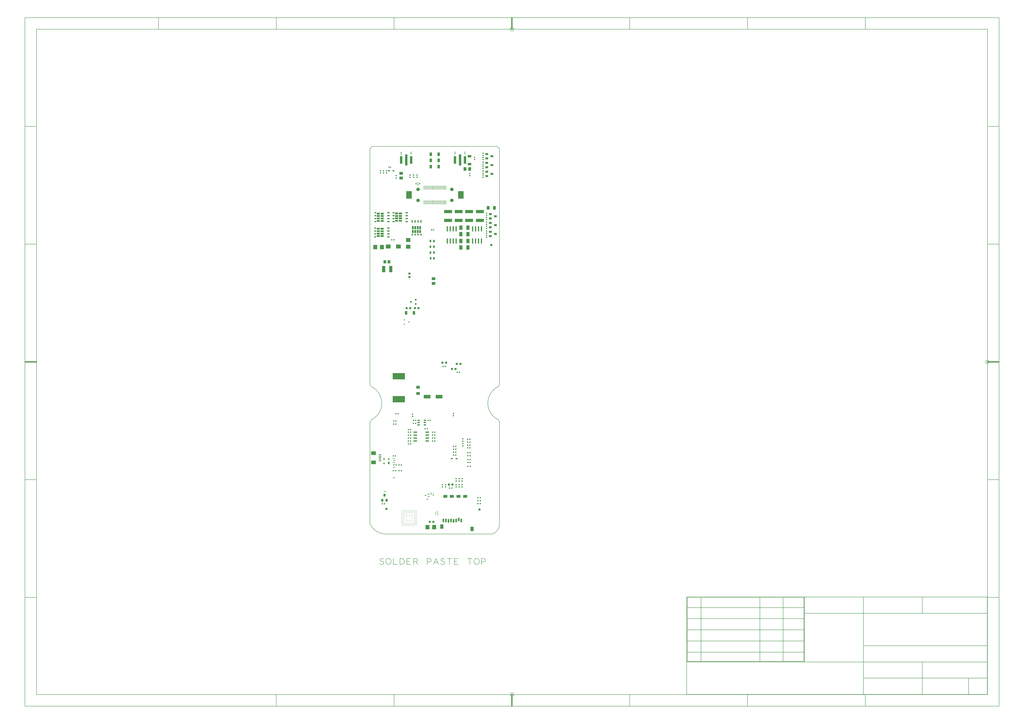
<source format=gbr>
G04 ================== begin FILE IDENTIFICATION RECORD ==================*
G04 Layout Name:  CONTROLLER_REV_B-08042023.brd*
G04 Film Name:    OC - FEMA - CNTRLR-v1-Rev-C-PMT.gbr*
G04 File Format:  Gerber RS274X*
G04 File Origin:  Cadence Allegro 17.2-061*
G04 Origin Date:  Sun Apr 09 12:44:52 2023*
G04 *
G04 Layer:  DRAWING FORMAT/TITLE_DATA1*
G04 Layer:  DRAWING FORMAT/SPPR*
G04 Layer:  DRAWING FORMAT/FILM_LABEL_OUTLINE*
G04 Layer:  PACKAGE GEOMETRY/PASTEMASK_TOP*
G04 Layer:  PIN/PASTEMASK_TOP*
G04 Layer:  BOARD GEOMETRY/OUTLINE*
G04 *
G04 Offset:    (0.000 0.000)*
G04 Mirror:    No*
G04 Mode:      Positive*
G04 Rotation:  0*
G04 FullContactRelief:  No*
G04 UndefLineWidth:     6.000*
G04 ================== end FILE IDENTIFICATION RECORD ====================*
%FSLAX55Y55*MOIN*%
%IR0*IPPOS*OFA0.00000B0.00000*MIA0B0*SFA1.00000B1.00000*%
%ADD10R,.078701X.063799*%
%ADD20R,.055X.11*%
%ADD42R,.112205X.059055*%
%ADD27R,.040157X.125197*%
%ADD29C,.009449*%
%ADD55R,.13189X.057087*%
%ADD38R,.044882X.190157*%
%ADD47R,.020866X.007874*%
%ADD44R,.007874X.070866*%
%ADD37R,.096457X.125984*%
%ADD23R,.032X.02*%
%ADD48R,.015X.012*%
%ADD53R,.07X.045*%
%ADD49R,.028X.043*%
%ADD34R,.036X.037*%
%ADD33R,.037X.036*%
%ADD26R,.059X.051*%
%ADD58R,.051X.059*%
%ADD56R,.055X.075*%
%ADD12R,.021X.021*%
%ADD54R,.02X.087008*%
%ADD36R,.022126X.042205*%
%ADD57R,.063X.039402*%
%ADD21R,.042205X.022126*%
%ADD31R,.039402X.063*%
%ADD35R,.075X.065402*%
%ADD15R,.03543X.05118*%
%ADD11R,.065402X.075*%
%ADD59R,.05118X.03543*%
%ADD25R,.208661X.110236*%
%ADD14R,.012008X.012008*%
%ADD50R,.024402X.024402*%
%ADD46R,.023622X.023622*%
%ADD13C,.03937*%
%ADD45C,.059055*%
%ADD32R,.0315X.027598*%
%ADD24R,.011811X.027559*%
%ADD18R,.027559X.023622*%
%ADD51R,.057992X.075*%
%ADD40R,.059843X.023622*%
%ADD22R,.078701X.066902*%
%ADD39R,.031496X.015748*%
%ADD43R,.062992X.047244*%
%ADD60R,.047244X.062992*%
%ADD17R,.027559X.03937*%
%ADD52R,.027992X.059016*%
%ADD41R,.03937X.019685*%
%ADD19R,.045276X.057087*%
%ADD30R,.024598X.018098*%
%ADD28R,.023598X.011799*%
%ADD16R,.043299X.011799*%
%ADD61C,.007874*%
%ADD62C,.006*%
%ADD63C,.019685*%
G75*
%LPD*%
G75*
G36*
G01X10333Y505814D02*
Y503814D01*
X7317D01*
Y505814D01*
X10333D01*
G37*
G36*
G01Y510814D02*
Y508814D01*
X7317D01*
Y510814D01*
X10333D01*
G37*
G36*
G01Y515814D02*
Y513814D01*
X7317D01*
Y515814D01*
X10333D01*
G37*
G36*
G01Y520814D02*
Y518814D01*
X7317D01*
Y520814D01*
X10333D01*
G37*
G36*
G01X10430Y531605D02*
Y529605D01*
X7414D01*
Y531605D01*
X10430D01*
G37*
G36*
G01Y536605D02*
Y534605D01*
X7414D01*
Y536605D01*
X10430D01*
G37*
G36*
G01Y541605D02*
Y539605D01*
X7414D01*
Y541605D01*
X10430D01*
G37*
G36*
G01Y546605D02*
Y544605D01*
X7414D01*
Y546605D01*
X10430D01*
G37*
G36*
G01X30591Y118834D02*
X32964D01*
Y122388D01*
X30591D01*
Y118834D01*
G37*
G36*
G01Y126330D02*
X32963D01*
Y128293D01*
X30591D01*
Y126330D01*
G37*
G36*
G01X22717D02*
X25073D01*
Y128293D01*
X22717D01*
Y126330D01*
G37*
G36*
G01Y118833D02*
X25072D01*
Y120813D01*
X22717D01*
Y118833D01*
G37*
G36*
G01X23026Y519960D02*
Y517023D01*
X17932D01*
Y519960D01*
X23026D01*
G37*
G36*
G01X16554D02*
Y517023D01*
X11459D01*
Y519960D01*
X16554D01*
G37*
G36*
G01Y515842D02*
Y512905D01*
X11459D01*
Y515842D01*
X16554D01*
G37*
G36*
G01X23026D02*
Y512905D01*
X17932D01*
Y515842D01*
X23026D01*
G37*
G36*
G01Y511724D02*
Y508787D01*
X17932D01*
Y511724D01*
X23026D01*
G37*
G36*
G01X16554D02*
Y508787D01*
X11459D01*
Y511724D01*
X16554D01*
G37*
G36*
G01Y507606D02*
Y504668D01*
X11459D01*
Y507606D01*
X16554D01*
G37*
G36*
G01X23026D02*
Y504668D01*
X17932D01*
Y507606D01*
X23026D01*
G37*
G36*
G01X23123Y545750D02*
Y542814D01*
X18028D01*
Y545750D01*
X23123D01*
G37*
G36*
G01X16650D02*
Y542814D01*
X11556D01*
Y545750D01*
X16650D01*
G37*
G36*
G01Y541632D02*
Y538695D01*
X11556D01*
Y541632D01*
X16650D01*
G37*
G36*
G01X23123D02*
Y538695D01*
X18028D01*
Y541632D01*
X23123D01*
G37*
G36*
G01Y537514D02*
Y534577D01*
X18028D01*
Y537514D01*
X23123D01*
G37*
G36*
G01X16650D02*
Y534577D01*
X11556D01*
Y537514D01*
X16650D01*
G37*
G36*
G01Y533396D02*
Y530459D01*
X11556D01*
Y533396D01*
X16650D01*
G37*
G36*
G01X23123D02*
Y530459D01*
X18028D01*
Y533396D01*
X23123D01*
G37*
G36*
G01X41350Y531755D02*
Y529755D01*
X38334D01*
Y531755D01*
X41350D01*
G37*
G36*
G01Y536755D02*
Y534755D01*
X38334D01*
Y536755D01*
X41350D01*
G37*
G36*
G01Y541755D02*
Y539755D01*
X38334D01*
Y541755D01*
X41350D01*
G37*
G36*
G01Y546755D02*
Y544755D01*
X38334D01*
Y546755D01*
X41350D01*
G37*
G36*
G01X54043Y545900D02*
Y542964D01*
X48948D01*
Y545900D01*
X54043D01*
G37*
G36*
G01X47570D02*
Y542964D01*
X42476D01*
Y545900D01*
X47570D01*
G37*
G36*
G01Y541782D02*
Y538845D01*
X42476D01*
Y541782D01*
X47570D01*
G37*
G36*
G01X54043D02*
Y538845D01*
X48948D01*
Y541782D01*
X54043D01*
G37*
G36*
G01Y537664D02*
Y534727D01*
X48948D01*
Y537664D01*
X54043D01*
G37*
G36*
G01X47570D02*
Y534727D01*
X42476D01*
Y537664D01*
X47570D01*
G37*
G36*
G01Y533546D02*
Y530609D01*
X42476D01*
Y533546D01*
X47570D01*
G37*
G36*
G01X54043D02*
Y530609D01*
X48948D01*
Y533546D01*
X54043D01*
G37*
G36*
G01X70347Y510217D02*
X72347D01*
Y507201D01*
X70347D01*
Y510217D01*
G37*
G36*
G01X71202Y522910D02*
X74139D01*
Y517816D01*
X71202D01*
Y522910D01*
G37*
G36*
G01Y516438D02*
X74139D01*
Y511343D01*
X71202D01*
Y516438D01*
G37*
G36*
G01X85347Y510217D02*
X87347D01*
Y507201D01*
X85347D01*
Y510217D01*
G37*
G36*
G01X80347D02*
X82347D01*
Y507201D01*
X80347D01*
Y510217D01*
G37*
G36*
G01X75347D02*
X77347D01*
Y507201D01*
X75347D01*
Y510217D01*
G37*
G36*
G01X75320Y516438D02*
X78257D01*
Y511343D01*
X75320D01*
Y516438D01*
G37*
G36*
G01Y522910D02*
X78257D01*
Y517816D01*
X75320D01*
Y522910D01*
G37*
G36*
G01X79438D02*
X82375D01*
Y517816D01*
X79438D01*
Y522910D01*
G37*
G36*
G01Y516438D02*
X82375D01*
Y511343D01*
X79438D01*
Y516438D01*
G37*
G36*
G01X83556D02*
X86493D01*
Y511343D01*
X83556D01*
Y516438D01*
G37*
G36*
G01Y522910D02*
X86493D01*
Y517816D01*
X83556D01*
Y522910D01*
G37*
G36*
G01X80400Y592523D02*
Y594097D01*
X81975D01*
Y592523D01*
X80400D01*
G37*
G36*
G01Y595672D02*
Y597247D01*
X81975D01*
Y595672D01*
X80400D01*
G37*
G54D10*
X5710Y121873D03*
Y137314D03*
G54D11*
X8877Y487345D03*
X20258D03*
X97577Y11630D03*
X108958D03*
G54D20*
X23105Y449935D03*
X35310D03*
G54D30*
X65847Y360084D03*
X58088Y356344D03*
Y363825D03*
G54D21*
X31136Y504814D03*
Y519814D03*
Y514814D03*
Y509814D03*
X31233Y545605D03*
Y540605D03*
Y535605D03*
Y530605D03*
X62153Y545755D03*
Y540755D03*
Y535755D03*
Y530755D03*
G54D12*
X24500Y51500D03*
X20760D03*
X27700Y613260D03*
Y617000D03*
X17897D03*
Y613260D03*
X22798D03*
Y617000D03*
X43363Y107854D03*
X39622D03*
X53058Y107809D03*
X49317D03*
X53058Y117258D03*
X49317D03*
X39446Y132856D03*
X43187D03*
X44152Y117262D03*
X40412D03*
X43870Y192000D03*
X40130D03*
X43870Y186600D03*
X40130D03*
X43901Y204432D03*
X47641D03*
X36877Y499783D03*
X40618D03*
X44600Y604863D03*
Y608603D03*
X65220Y153003D03*
X68960D03*
X65220Y167903D03*
X68960D03*
X65220Y172903D03*
X68960D03*
Y162903D03*
X65220D03*
X68960Y158003D03*
X65220D03*
X68960Y177503D03*
X65220D03*
X72321Y199635D03*
Y203375D03*
X67787Y606015D03*
Y609755D03*
X93586Y179003D03*
X73730Y188200D03*
X77470D03*
Y193000D03*
X73730D03*
X79787Y606015D03*
X73787D03*
X79787Y609755D03*
X73787D03*
X106220Y157903D03*
X109960D03*
X106220Y162903D03*
X109960D03*
X106220Y167903D03*
X109960D03*
Y172903D03*
X106220D03*
X97326Y179003D03*
X98530Y192980D03*
X102270D03*
X134955Y78085D03*
X128014Y83775D03*
Y80035D03*
X122715D03*
Y83775D03*
X127908Y284715D03*
X124167D03*
X138695Y78085D03*
X151227Y83865D03*
Y80125D03*
X146227Y83865D03*
Y80125D03*
Y93955D03*
Y90215D03*
X151227D03*
Y93955D03*
X141937Y133905D03*
X145678D03*
Y148905D03*
X141937D03*
Y138905D03*
X145678D03*
Y143905D03*
X141937D03*
X141612Y201085D03*
Y204825D03*
X151938Y274715D03*
X148197D03*
X156191Y83865D03*
Y80125D03*
X156227Y93955D03*
Y90215D03*
X166266Y133006D03*
X170007D03*
Y121865D03*
X166266D03*
Y126525D03*
X170007D03*
X170058Y115085D03*
X166317D03*
X166266Y138006D03*
X170007D03*
X157487Y153555D03*
Y149815D03*
X169467Y146400D03*
X165726D03*
Y151085D03*
X169467D03*
Y161085D03*
X165726D03*
X157487Y161555D03*
Y157815D03*
X165726Y156085D03*
X169467D03*
X169200Y612470D03*
Y608730D03*
X187058Y51585D03*
X183317D03*
X187058Y61585D03*
X183317D03*
X187058Y56585D03*
X183317D03*
X192000Y606130D03*
Y609870D03*
Y624870D03*
Y621130D03*
Y616870D03*
Y613130D03*
Y628130D03*
Y639870D03*
Y636130D03*
Y643130D03*
Y646870D03*
Y631870D03*
X177500Y636130D03*
Y639870D03*
X198000Y504130D03*
Y507870D03*
Y522870D03*
Y519130D03*
Y514870D03*
Y511130D03*
Y526130D03*
Y537870D03*
Y534130D03*
Y541130D03*
Y544870D03*
Y529870D03*
G54D22*
X30805Y488234D03*
X48125D03*
G54D40*
X76853Y172903D03*
Y167903D03*
Y162903D03*
Y157903D03*
X97326Y172903D03*
Y167903D03*
Y162903D03*
Y157903D03*
G54D13*
X28000Y42600D03*
X185800Y41600D03*
X205700Y490900D03*
G54D31*
X74588Y375625D03*
X61207D03*
X103110Y624190D03*
Y634571D03*
Y644951D03*
X116490Y624190D03*
Y634571D03*
Y644951D03*
G54D41*
X82590Y185499D03*
Y189240D03*
Y192980D03*
X93220D03*
Y189240D03*
Y185499D03*
G54D32*
X69497Y394355D03*
X77378Y390614D03*
Y398095D03*
G54D50*
X107958Y516625D03*
X104417D03*
G54D14*
X24500Y72500D03*
X26602D03*
X39536Y112885D03*
X41639D03*
X39536Y95685D03*
X41639D03*
X39336Y127885D03*
X41439D03*
X39336Y121485D03*
X41439D03*
X40200Y124878D03*
X42303D03*
X107187Y65634D03*
Y67736D03*
X103787D03*
Y69838D03*
G54D23*
X32063Y617000D03*
X39937D03*
X138870Y127905D03*
X146744D03*
G54D60*
X211102Y554085D03*
X200472D03*
G54D51*
X121821Y12593D03*
G54D24*
X32063Y623000D03*
X34819D03*
G54D15*
X24500Y66162D03*
X20760Y57500D03*
X28240D03*
G54D33*
X62016Y383655D03*
X68119D03*
X76106Y383735D03*
X82209D03*
X101536Y20685D03*
X107639D03*
X133774Y84085D03*
X122966Y291065D03*
X129069D03*
X139876Y84085D03*
X145239Y280485D03*
X139136D03*
X147326Y288905D03*
X153429D03*
G54D42*
X96681Y233545D03*
X117154D03*
G54D61*
G01X-585779Y-107703D02*
X-566094D01*
G01X-585779Y92297D02*
X-566094D01*
G01X-585779Y492297D02*
X-566094D01*
G01X-585779Y692297D02*
X-566094D01*
G01Y-272663D02*
Y857258D01*
G01Y-272663D02*
X1048080D01*
G01X-566094Y857258D02*
X1048080D01*
G01X-359007Y876943D02*
Y857258D01*
G01X-159007Y-292348D02*
Y-272663D01*
G01Y876943D02*
Y857258D01*
G01X40993Y-292348D02*
Y-272663D01*
G01Y876943D02*
Y857258D01*
G01X238004Y-272663D02*
G03X243982I2989J0D01*
G01D02*
G03X238004I-2989J0D01*
G01Y857258D02*
G03X243982I2989J0D01*
G01D02*
G03X238004I-2989J0D01*
G01X440993Y-292348D02*
Y-272663D01*
G01Y876943D02*
Y857258D01*
G01X640993Y-292348D02*
Y-272663D01*
G01Y876943D02*
Y857258D01*
G01X840993Y-292348D02*
Y-272663D01*
G01Y876943D02*
Y857258D01*
G01X1048080Y-272663D02*
Y857258D01*
G01X1067765Y-107703D02*
X1048080D01*
G01X1067765Y92297D02*
X1048080D01*
G01X1045090Y292297D02*
G03X1051069I2989J0D01*
G01D02*
G03X1045090I-2989J0D01*
G01X1067765Y492297D02*
X1048080D01*
G01X1067765Y692297D02*
X1048080D01*
G54D16*
X16930Y124473D03*
Y127034D03*
Y129594D03*
Y132153D03*
Y134714D03*
G54D52*
X124459Y23026D03*
X128790D03*
X133120Y22238D03*
X137451Y23026D03*
X141782Y22238D03*
X146112Y23026D03*
X150443Y24601D03*
X154774Y23026D03*
G54D43*
X81600Y238685D03*
Y249315D03*
G54D25*
X48850Y229116D03*
Y268092D03*
G54D34*
X66800Y442451D03*
Y436349D03*
G54D62*
G01X-585779Y-292348D02*
Y876943D01*
G01Y-292348D02*
X1067765D01*
G01X-585779Y876943D02*
X1067765D01*
G01X27813Y-1D02*
X207912D01*
G03X219998Y17179I-6738J17582D01*
G01Y187984D01*
G03X217352Y194374I-7384J686D01*
G02X217353Y250227I13694J27926D01*
G03X220000Y254435I-2156J4293D01*
G01Y654499D01*
X216000Y658499D01*
X4000D01*
X0Y654499D01*
Y254414D01*
G03X2624Y250219I4819J96D01*
G02X2612Y194375I-13702J-27919D01*
G03X0Y188068I6328J-6316D01*
G01Y17158D01*
G03X27813Y-1I27470J13406D01*
G01X0Y82613D02*
Y72613D01*
G01Y102613D02*
Y112613D01*
G01Y444456D02*
Y434456D01*
G01Y464456D02*
Y474456D01*
G01X16450Y-50200D02*
X17783Y-51034D01*
X19283Y-51533D01*
X20617D01*
X21950Y-51034D01*
X22950Y-50200D01*
X23450Y-49033D01*
X23117Y-47867D01*
X22283Y-46867D01*
X20783Y-46200D01*
X18783Y-45867D01*
X17617Y-45200D01*
X17116Y-44034D01*
X17450Y-42867D01*
X18283Y-42034D01*
X19450Y-41533D01*
X20617D01*
X21783Y-41867D01*
X22784Y-42700D01*
G01X31450Y-51533D02*
X30116Y-51367D01*
X28950Y-50700D01*
X27950Y-49700D01*
X27283Y-48533D01*
X26950Y-47200D01*
Y-45867D01*
X27283Y-44533D01*
X27950Y-43367D01*
X28950Y-42367D01*
X30116Y-41700D01*
X31450Y-41533D01*
X32783Y-41700D01*
X33950Y-42367D01*
X34950Y-43367D01*
X35617Y-44533D01*
X35950Y-45867D01*
Y-47200D01*
X35617Y-48533D01*
X34950Y-49700D01*
X33950Y-50700D01*
X32783Y-51367D01*
X31450Y-51533D01*
G01X39617Y-41533D02*
Y-51533D01*
X46283D01*
G01X50783D02*
Y-41533D01*
X54117D01*
X55450Y-42034D01*
X56450Y-42700D01*
X57284Y-43700D01*
X57950Y-44867D01*
X58117Y-46534D01*
X57950Y-48200D01*
X57284Y-49367D01*
X56450Y-50367D01*
X55450Y-51034D01*
X54117Y-51533D01*
X50783D01*
G01X69283D02*
X62617D01*
Y-41533D01*
X69283D01*
G01X66617Y-46367D02*
X62617D01*
G01X74117Y-51533D02*
Y-41533D01*
X78283D01*
X79617Y-42034D01*
X80450Y-42700D01*
X80783Y-44034D01*
X80450Y-45367D01*
X79450Y-46200D01*
X78283Y-46700D01*
X74117D01*
G01X78283D02*
X80783Y-51533D01*
G01X97117D02*
Y-41533D01*
X101117D01*
X102450Y-42034D01*
X103450Y-43200D01*
X103783Y-44533D01*
X103450Y-45867D01*
X102617Y-46867D01*
X101117Y-47367D01*
X97117D01*
G01X107783Y-51533D02*
X111950Y-41533D01*
X116117Y-51533D01*
G01X114617Y-48034D02*
X109283D01*
G01X119950Y-50200D02*
X121283Y-51034D01*
X122783Y-51533D01*
X124117D01*
X125450Y-51034D01*
X126450Y-50200D01*
X126950Y-49033D01*
X126617Y-47867D01*
X125783Y-46867D01*
X124283Y-46200D01*
X122283Y-45867D01*
X121117Y-45200D01*
X120616Y-44034D01*
X120950Y-42867D01*
X121783Y-42034D01*
X122950Y-41533D01*
X124117D01*
X125283Y-41867D01*
X126284Y-42700D01*
G01X134950Y-41533D02*
Y-51533D01*
G01X131117Y-41533D02*
X138783D01*
G01X149783Y-51533D02*
X143117D01*
Y-41533D01*
X149783D01*
G01X147117Y-46367D02*
X143117D01*
G01X169450Y-41533D02*
Y-51533D01*
G01X165617Y-41533D02*
X173283D01*
G01X180950Y-51533D02*
X179616Y-51367D01*
X178450Y-50700D01*
X177450Y-49700D01*
X176783Y-48533D01*
X176450Y-47200D01*
Y-45867D01*
X176783Y-44533D01*
X177450Y-43367D01*
X178450Y-42367D01*
X179616Y-41700D01*
X180950Y-41533D01*
X182283Y-41700D01*
X183450Y-42367D01*
X184450Y-43367D01*
X185117Y-44533D01*
X185450Y-45867D01*
Y-47200D01*
X185117Y-48533D01*
X184450Y-49700D01*
X183450Y-50700D01*
X182283Y-51367D01*
X180950Y-51533D01*
G01X189117D02*
Y-41533D01*
X193117D01*
X194450Y-42034D01*
X195450Y-43200D01*
X195783Y-44533D01*
X195450Y-45867D01*
X194617Y-46867D01*
X193117Y-47367D01*
X189117D01*
G01X219998Y82581D02*
Y72581D01*
G01Y102581D02*
Y112581D01*
G01X220000Y446466D02*
Y436466D01*
G01Y466466D02*
Y476466D01*
G01X537471Y-272324D02*
X1047708D01*
G01X537471Y-106970D02*
Y-272324D01*
G01X538489Y-216206D02*
X736422D01*
G01X537471Y-217206D02*
X1047708D01*
G01X538489Y-107151D02*
Y-216206D01*
G01Y-200458D02*
X736422D01*
G01X538489Y-181560D02*
X736422D01*
G01X538489Y-162662D02*
X736422D01*
G01X538489Y-143765D02*
X736422D01*
G01X538489Y-124867D02*
X736422D01*
G01X538489Y-107151D02*
X736422D01*
G01X537471Y-106970D02*
X1047708D01*
G01X561914Y-107151D02*
Y-216206D01*
G01X661914Y-107151D02*
Y-216206D01*
G01X701284Y-107151D02*
Y-216206D01*
G01X736422Y-107151D02*
Y-216206D01*
G01X737471Y-106970D02*
Y-217206D01*
G01Y-134529D02*
X1047708D01*
G01X837471Y-106970D02*
Y-272324D01*
G01Y-244765D02*
X1047708D01*
G01X837471Y-189647D02*
X1047708D01*
G01X937471Y-217206D02*
Y-272324D01*
G01Y-106970D02*
Y-134529D01*
G01X1016212Y-244765D02*
Y-272324D01*
G01X1047708Y-106970D02*
Y-272324D01*
G01X1067765Y-292348D02*
Y876943D01*
G54D17*
X31772Y120616D03*
G54D35*
X64687Y487905D03*
Y499285D03*
G54D26*
X52896Y604863D03*
Y612737D03*
X107747Y433662D03*
Y425788D03*
G54D53*
X127727Y64168D03*
X138947D03*
X150167D03*
X161388D03*
G54D44*
X91577Y563538D03*
X93546D03*
X91577Y588341D03*
X93546D03*
X95514Y563538D03*
X97483D03*
X99451D03*
X101420D03*
X103388D03*
X105357D03*
X107325D03*
X109294D03*
X111262D03*
X113231D03*
X95514Y588341D03*
X97483D03*
X99451D03*
X101420D03*
X103388D03*
X105357D03*
X107325D03*
X109294D03*
X111262D03*
X113231D03*
X115199Y563538D03*
X117168D03*
X119136D03*
X121105D03*
X123073D03*
X125042D03*
X127010D03*
X128979D03*
X115199Y588341D03*
X117168D03*
X119136D03*
X121105D03*
X123073D03*
X125042D03*
X127010D03*
X128979D03*
G54D63*
G01X-585779Y292297D02*
X-566094D01*
G01X240993Y-292348D02*
Y-272663D01*
G01Y876943D02*
Y857258D01*
G01X1067765Y292297D02*
X1048080D01*
G54D18*
X31772Y127309D03*
X23898D03*
Y119829D03*
G54D45*
X81676Y566589D03*
Y585290D03*
X138881Y566589D03*
Y585290D03*
G54D36*
X71347Y531020D03*
X76347D03*
X81347D03*
X86347D03*
G54D54*
X131177Y497863D03*
Y518367D03*
X136177Y497863D03*
X141177D03*
X146177D03*
X136177Y518367D03*
X141177D03*
X146177D03*
X174177Y497863D03*
Y518367D03*
X189177Y497863D03*
X184177D03*
X179177D03*
X189177Y518367D03*
X184177D03*
X179177D03*
G54D27*
X52896Y635400D03*
X69904D03*
X144296D03*
X161304D03*
G54D28*
X52896Y645415D03*
Y648175D03*
X69904Y645615D03*
Y648375D03*
X144296Y645615D03*
Y648375D03*
X161304Y645615D03*
Y648375D03*
G54D19*
X32161Y462465D03*
X25074D03*
G54D46*
X84337Y594885D03*
X78038D03*
G54D37*
X66282Y575939D03*
X154274D03*
G54D55*
X132502Y532734D03*
Y547695D03*
X150677Y532635D03*
Y547595D03*
X168177D03*
Y532635D03*
X186677D03*
Y547595D03*
G54D56*
X154089Y486585D03*
Y497585D03*
Y509285D03*
Y520285D03*
X173199Y8656D03*
X166286Y486585D03*
Y497585D03*
Y509285D03*
Y520285D03*
G54D47*
X111554Y37053D03*
Y35085D03*
Y33116D03*
X114821Y38038D03*
Y36069D03*
Y34100D03*
Y32132D03*
G54D38*
X61400Y635400D03*
X152800D03*
G54D29*
X71212Y14311D03*
X69244D03*
X67275D03*
X65307D03*
X63338D03*
X61370D03*
X59401D03*
X57433D03*
X55464D03*
X53496D03*
X71212Y16279D03*
X69244D03*
X67275D03*
X65307D03*
X63338D03*
X61370D03*
X59401D03*
X57433D03*
X55464D03*
X53496D03*
X71212Y18248D03*
X69244D03*
X67275D03*
X65307D03*
X63338D03*
X61370D03*
X59401D03*
X57433D03*
X55464D03*
X53496D03*
X57433Y20216D03*
X55464D03*
X53496D03*
X71212Y22185D03*
X69244D03*
X67275D03*
X65307D03*
X63338D03*
X61370D03*
X57433D03*
X55464D03*
X53496D03*
X71212Y24153D03*
X61370D03*
X57433D03*
X55464D03*
X53496D03*
X71212Y26122D03*
X61370D03*
X57433D03*
X55464D03*
X53496D03*
X71212Y28090D03*
X61370D03*
X57433D03*
X55464D03*
X53496D03*
X71212Y30059D03*
X61370D03*
X57433D03*
X55464D03*
X53496D03*
X71212Y32027D03*
X69244D03*
X67275D03*
X65307D03*
X63338D03*
X61370D03*
X57433D03*
X55464D03*
X53496D03*
X59401Y33996D03*
X57433D03*
X55464D03*
X53496D03*
X71212Y35964D03*
X69244D03*
X67275D03*
X65307D03*
X63338D03*
X61370D03*
X59401D03*
X57433D03*
X55464D03*
X53496D03*
X71212Y37933D03*
X69244D03*
X67275D03*
X65307D03*
X63338D03*
X61370D03*
X59401D03*
X57433D03*
X55464D03*
X53496D03*
X71212Y39901D03*
X69244D03*
X67275D03*
X65307D03*
X63338D03*
X61370D03*
X59401D03*
X57433D03*
X55464D03*
X53496D03*
X79086Y14311D03*
X77118D03*
X75149D03*
X73182D03*
X79086Y16279D03*
X77118D03*
X75149D03*
X73182D03*
X79086Y18248D03*
X77118D03*
X75149D03*
X73182D03*
X79086Y20216D03*
X77118D03*
X75149D03*
X79086Y22185D03*
X77118D03*
X75149D03*
X79086Y24153D03*
X77118D03*
X75149D03*
X79086Y26122D03*
X77118D03*
X75149D03*
X79086Y28090D03*
X77118D03*
X75149D03*
X79086Y30059D03*
X77118D03*
X75149D03*
X79086Y32027D03*
X77118D03*
X75149D03*
X79086Y33996D03*
X77118D03*
X75149D03*
X79086Y35964D03*
X77118D03*
X75149D03*
X73182D03*
X79086Y37933D03*
X77118D03*
X75149D03*
X73182D03*
X79086Y39901D03*
X77118D03*
X75149D03*
X73182D03*
G54D39*
X94032Y65768D03*
X99543Y67736D03*
Y63799D03*
G54D57*
X169000Y628310D03*
Y641690D03*
G54D48*
X98588Y59285D03*
X96187D03*
G54D58*
X169178Y620200D03*
X161304D03*
G54D49*
X108640Y468385D03*
X102735D03*
X108440Y478185D03*
X102535D03*
X108440Y488185D03*
X102535D03*
X108440Y497685D03*
X102535D03*
G54D59*
X198069Y608060D03*
Y615540D03*
Y623060D03*
Y645540D03*
Y638060D03*
Y630540D03*
X204069Y506060D03*
X212731Y509800D03*
X204069Y513540D03*
X212731Y524800D03*
X204069Y521060D03*
X212731Y539800D03*
X204069Y543540D03*
Y536060D03*
Y528540D03*
X206731Y611800D03*
Y626800D03*
Y641800D03*
M02*

</source>
